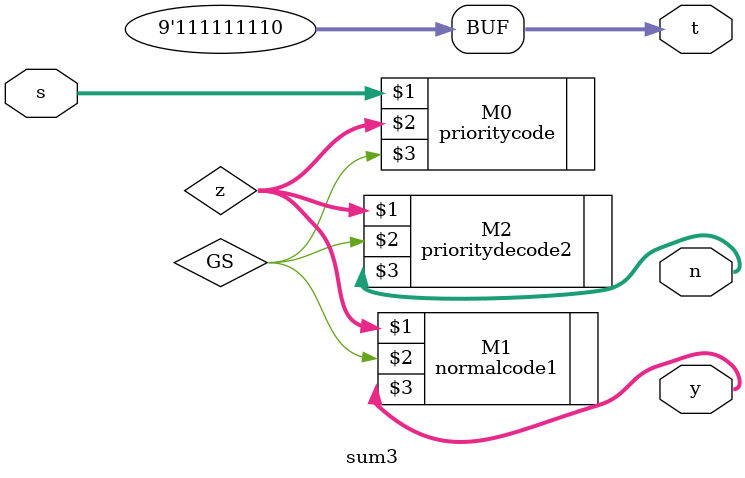
<source format=v>
`timescale 1ns / 1ps


module sum3(
    input [9:0] s,
    output [9:0] y,
    output [6:0] n,
    output [8:0] t
    );
   wire  [3:0] z;
   wire GS;
   assign t=9'b1_1111_1110;
   prioritycode M0 (s[9:0],z[3:0],GS);
   normalcode1 M1(z[3:0],GS,y[9:0]);
   prioritydecode2 M2(z[3:0],GS,n[6:0]);
endmodule

</source>
